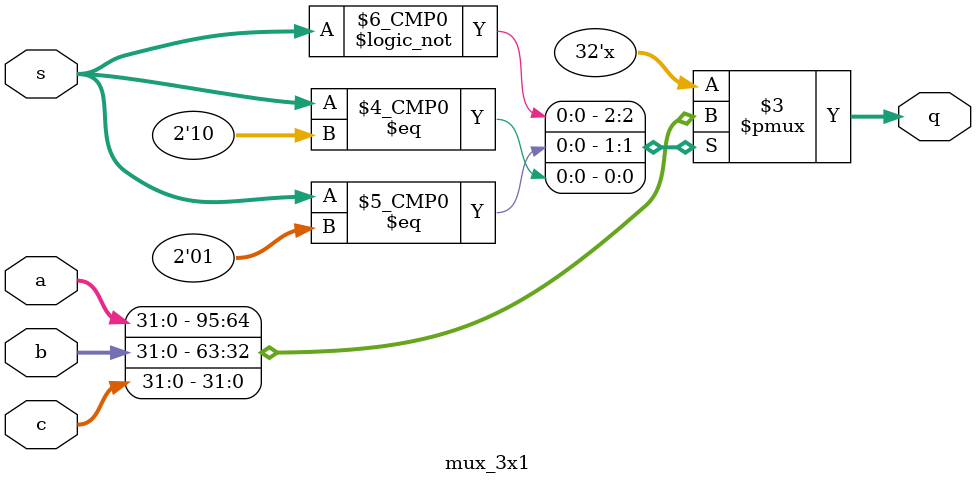
<source format=v>
module mux_3x1(
input[31:0] a,b,c,
input [1:0]s,
output reg [31:0]q );

always@(*)
begin
	case(s)
	2'b00: q = a;
	2'b01: q = b;
	2'b10: q = c;
	default: q = 32'bxxxxxxxxxxxxxxxxxxxxxxxxxxxxxxxx;
	endcase
end

endmodule
</source>
